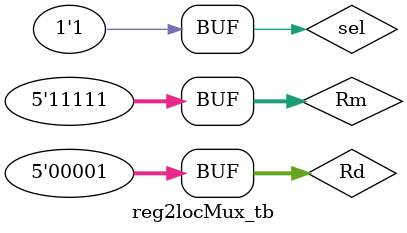
<source format=sv>
`timescale 1ps/1ps
module reg2locMux(sel, Rm, Rd, out);

	input logic [4:0] Rm, Rd;
	
	input logic sel;
	
	output logic [4:0] out;

	genvar i;
	
	generate
		for (i = 0; i < 5; i++) begin : reg2loc
			mux2_1 tinyboi (.out(out[i]), .i0(Rd[i]), .i1(Rm[i]), .sel(sel));
		end
	
	endgenerate
	
endmodule

module reg2locMux_tb();

	logic [4:0] Rm, Rd, out;
	logic sel;
	
	reg2locMux dut(sel, Rm, Rd, out);
	
	initial begin
		// selects Rd
		Rm = 5'b11111; Rd = 5'b00001; sel = 0; #200;
		
		// selects Rm
		sel = 1; #200;
	end

endmodule


</source>
